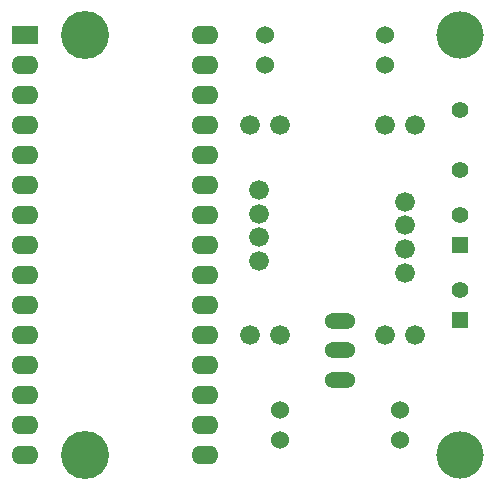
<source format=gts>
G04 (created by PCBNEW (2013-jul-07)-stable) date Sun 31 May 2015 11:01:27 BST*
%MOIN*%
G04 Gerber Fmt 3.4, Leading zero omitted, Abs format*
%FSLAX34Y34*%
G01*
G70*
G90*
G04 APERTURE LIST*
%ADD10C,0.00590551*%
%ADD11O,0.104X0.052*%
%ADD12C,0.06*%
%ADD13C,0.066*%
%ADD14C,0.055*%
%ADD15R,0.055X0.055*%
%ADD16R,0.09X0.062*%
%ADD17O,0.09X0.062*%
%ADD18C,0.15748*%
%ADD19C,0.16*%
G04 APERTURE END LIST*
G54D10*
G54D11*
X73500Y-68516D03*
X73500Y-69500D03*
X73500Y-70484D03*
G54D12*
X75000Y-60000D03*
X71000Y-60000D03*
X75000Y-59000D03*
X71000Y-59000D03*
X75500Y-71500D03*
X71500Y-71500D03*
X75500Y-72500D03*
X71500Y-72500D03*
G54D13*
X71500Y-62000D03*
X70500Y-62000D03*
X76000Y-62000D03*
X75000Y-62000D03*
X76000Y-69000D03*
X75000Y-69000D03*
X71500Y-69000D03*
X70500Y-69000D03*
G54D14*
X77500Y-61500D03*
X77500Y-63500D03*
G54D15*
X77500Y-68500D03*
G54D14*
X77500Y-67500D03*
G54D15*
X77500Y-66000D03*
G54D14*
X77500Y-65000D03*
G54D16*
X63000Y-59000D03*
G54D17*
X63000Y-60000D03*
X63000Y-61000D03*
X63000Y-62000D03*
X63000Y-63000D03*
X63000Y-64000D03*
X63000Y-65000D03*
X63000Y-66000D03*
X63000Y-67000D03*
X63000Y-68000D03*
X63000Y-69000D03*
X63000Y-70000D03*
X63000Y-71000D03*
X63000Y-72000D03*
X63000Y-73000D03*
X69000Y-73000D03*
X69000Y-72000D03*
X69000Y-71000D03*
X69000Y-70000D03*
X69000Y-69000D03*
X69000Y-68000D03*
X69000Y-67000D03*
X69000Y-66000D03*
X69000Y-65000D03*
X69000Y-64000D03*
X69000Y-63000D03*
X69000Y-62000D03*
X69000Y-61000D03*
X69000Y-60000D03*
X69000Y-59000D03*
G54D13*
X70788Y-66516D03*
X70788Y-65729D03*
X70788Y-64941D03*
X70788Y-64154D03*
X75669Y-64548D03*
X75669Y-65335D03*
X75669Y-66123D03*
X75669Y-66910D03*
G54D18*
X77500Y-73000D03*
X77500Y-59000D03*
G54D19*
X65000Y-59000D03*
X65000Y-73000D03*
M02*

</source>
